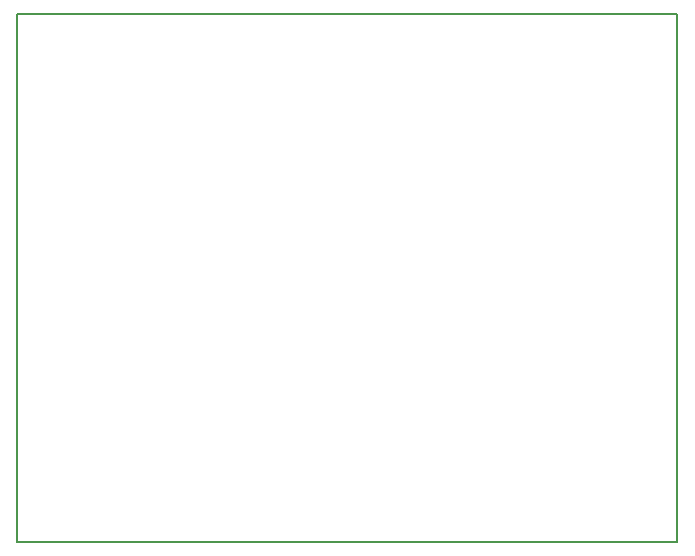
<source format=gbr>
G04 (created by PCBNEW (2013-07-07 BZR 4022)-stable) date 1/28/2014 1:23:19 PM*
%MOIN*%
G04 Gerber Fmt 3.4, Leading zero omitted, Abs format*
%FSLAX34Y34*%
G01*
G70*
G90*
G04 APERTURE LIST*
%ADD10C,0.00590551*%
G04 APERTURE END LIST*
G54D10*
X83400Y-37700D02*
X61400Y-37700D01*
X83400Y-55300D02*
X83400Y-37700D01*
X61400Y-55300D02*
X83400Y-55300D01*
X61400Y-37700D02*
X61400Y-55300D01*
M02*

</source>
